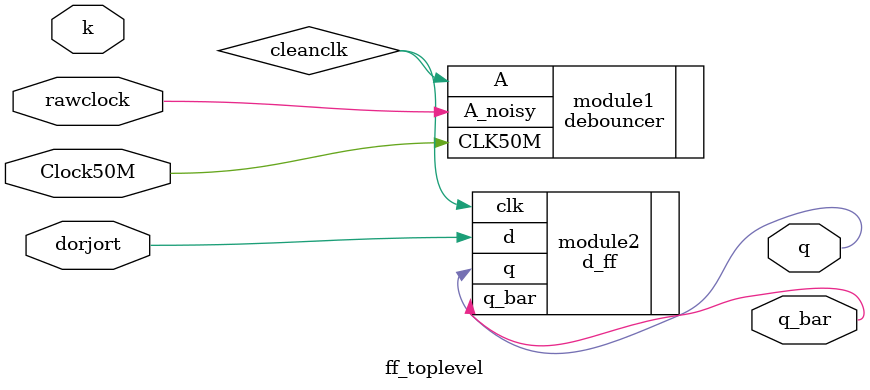
<source format=sv>
module ff_toplevel ( 
    input logic rawclock, //raw clock from the switch
    input logic Clock50M, //50 MHz internal clock
    input logic dorjort,    //represents d, j, and k
    input logic k,
    output logic q,
    output logic q_bar
);


logic cleanclk;

debouncer module1 (
    .A_noisy(rawclock),
    .CLK50M(Clock50M),
    .A(cleanclk)
);

d_ff module2 (
    .d(dorjort),
    .clk(cleanclk),
    .q(q),
    .q_bar(q_bar)
);

// jk_ff module3 (
//     .j(dorjort),
//     .k(d),
//     .clk(cleanclk),
//     .q(q),
//     .q_bar(q_bar)
// );

// t_ff module4 (
//     .t(dorjort),
//     .clk(cleanclk),
//     .q(q)
// );


endmodule
</source>
